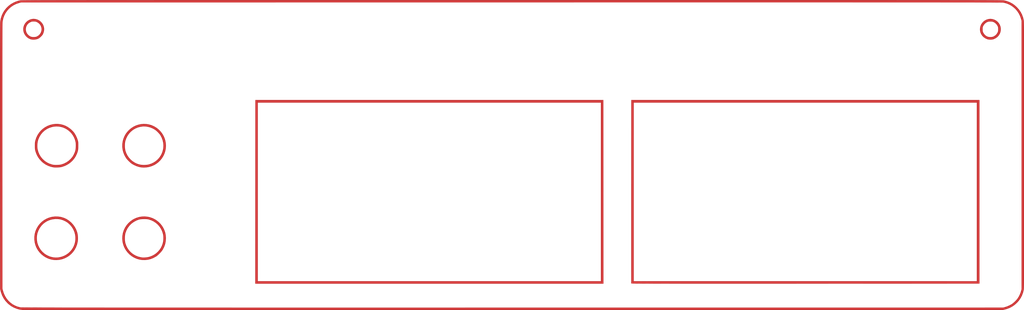
<source format=kicad_pcb>

(kicad_pcb (version 4) (host pcbnew 4.0.7)

	(general
		(links 0)
		(no_connects 0)
		(area 77.052499 41.877835 92.193313 53.630501)
		(thickness 1.6)
		(drawings 8)
		(tracks 0)
		(zones 0)
		(modules 1)
		(nets 1)
	)

	(page A4)
	(layers
		(0 F.Cu signal)
		(31 B.Cu signal)
		(32 B.Adhes user)
		(33 F.Adhes user)
		(34 B.Paste user)
		(35 F.Paste user)
		(36 B.SilkS user)
		(37 F.SilkS user)
		(38 B.Mask user)
		(39 F.Mask user)
		(40 Dwgs.User user)
		(41 Cmts.User user)
		(42 Eco1.User user)
		(43 Eco2.User user)
		(44 Edge.Cuts user)
		(45 Margin user)
		(46 B.CrtYd user)
		(47 F.CrtYd user)
		(48 B.Fab user)
		(49 F.Fab user)
	)

	(setup
		(last_trace_width 0.25)
		(trace_clearance 0.2)
		(zone_clearance 0.508)
		(zone_45_only no)
		(trace_min 0.2)
		(segment_width 0.2)
		(edge_width 0.15)
		(via_size 0.6)
		(via_drill 0.4)
		(via_min_size 0.4)
		(via_min_drill 0.3)
		(uvia_size 0.3)
		(uvia_drill 0.1)
		(uvias_allowed no)
		(uvia_min_size 0.2)
		(uvia_min_drill 0.1)
		(pcb_text_width 0.3)
		(pcb_text_size 1.5 1.5)
		(mod_edge_width 0.15)
		(mod_text_size 1 1)
		(mod_text_width 0.15)
		(pad_size 1.524 1.524)
		(pad_drill 0.762)
		(pad_to_mask_clearance 0.2)
		(aux_axis_origin 0 0)
		(visible_elements FFFFFF7F)
		(pcbplotparams
			(layerselection 0x010f0_80000001)
			(usegerberextensions false)
			(excludeedgelayer true)
			(linewidth 0.100000)
			(plotframeref false)
			(viasonmask false)
			(mode 1)
			(useauxorigin false)
			(hpglpennumber 1)
			(hpglpenspeed 20)
			(hpglpendiameter 15)
			(hpglpenoverlay 2)
			(psnegative false)
			(psa4output false)
			(plotreference true)
			(plotvalue true)
			(plotinvisibletext false)
			(padsonsilk false)
			(subtractmaskfromsilk false)
			(outputformat 1)
			(mirror false)
			(drillshape 1)
			(scaleselection 1)
			(outputdirectory gerbers/))
	)

	(net 0 "")

	(net_class Default "This is the default net class."
		(clearance 0.2)
		(trace_width 0.25)
		(via_dia 0.6)
		(via_drill 0.4)
		(uvia_dia 0.3)
		(uvia_drill 0.1)
	)
(module LOGO (layer F.Cu)
  (at 0 0)
 (fp_text reference "G***" (at 0 0) (layer F.SilkS) hide
  (effects (font (thickness 0.3)))
  )
  (fp_text value "LOGO" (at 0.75 0) (layer F.SilkS) hide
  (effects (font (thickness 0.3)))
  )
  (fp_poly (pts (xy 7.372345 -33.231663) (xy 10.826118 -33.231658) (xy 14.198171 -33.231649) (xy 17.489487 -33.231637) (xy 20.701049 -33.231619) (xy 23.833838 -33.231596) (xy 26.888837 -33.231566) (xy 29.867028 -33.231529)
     (xy 32.769394 -33.231484) (xy 35.596917 -33.231431) (xy 38.350580 -33.231368) (xy 41.031364 -33.231295) (xy 43.640253 -33.231211) (xy 46.178228 -33.231116) (xy 48.646272 -33.231008) (xy 51.045367 -33.230887)
     (xy 53.376497 -33.230752) (xy 55.640642 -33.230602) (xy 57.838785 -33.230437) (xy 59.971910 -33.230256) (xy 62.040997 -33.230058) (xy 64.047030 -33.229842) (xy 65.990991 -33.229608) (xy 67.873863 -33.229355)
     (xy 69.696627 -33.229082) (xy 71.460266 -33.228788) (xy 73.165763 -33.228473) (xy 74.814099 -33.228136) (xy 76.406258 -33.227776) (xy 77.943221 -33.227392) (xy 79.425971 -33.226983) (xy 80.855490 -33.226550)
     (xy 82.232761 -33.226091) (xy 83.558766 -33.225605) (xy 84.834487 -33.225091) (xy 86.060908 -33.224550) (xy 87.239009 -33.223980) (xy 88.369774 -33.223380) (xy 89.454185 -33.222749) (xy 90.493224 -33.222087)
     (xy 91.487874 -33.221394) (xy 92.439117 -33.220668) (xy 93.347935 -33.219908) (xy 94.215311 -33.219115) (xy 95.042228 -33.218286) (xy 95.829666 -33.217422) (xy 96.578610 -33.216521) (xy 97.290041 -33.215583)
     (xy 97.964942 -33.214608) (xy 98.604295 -33.213593) (xy 99.209082 -33.212540) (xy 99.780286 -33.211446) (xy 100.318889 -33.210311) (xy 100.825873 -33.209135) (xy 101.302222 -33.207916) (xy 101.748916 -33.206654)
     (xy 102.166940 -33.205348) (xy 102.557274 -33.203997) (xy 102.920902 -33.202601) (xy 103.258805 -33.201159) (xy 103.571967 -33.199670) (xy 103.861369 -33.198134) (xy 104.127995 -33.196549) (xy 104.372825 -33.194914)
     (xy 104.596843 -33.193230) (xy 104.801031 -33.191496) (xy 104.986372 -33.189710) (xy 105.153847 -33.187871) (xy 105.304439 -33.185980) (xy 105.439131 -33.184035) (xy 105.558905 -33.182036) (xy 105.664743 -33.179982)
     (xy 105.757627 -33.177871) (xy 105.838541 -33.175704) (xy 105.908466 -33.173480) (xy 105.968385 -33.171197) (xy 106.019280 -33.168856) (xy 106.062133 -33.166455) (xy 106.097928 -33.163994) (xy 106.127645 -33.161471)
     (xy 106.152268 -33.158886) (xy 106.172779 -33.156239) (xy 106.190161 -33.153529) (xy 106.205395 -33.150754) (xy 106.205469 -33.150740) (xy 106.850550 -32.988199) (xy 107.446436 -32.758625) (xy 108.000174 -32.458268)
     (xy 108.518814 -32.083380) (xy 108.948774 -31.691868) (xy 109.395256 -31.192426) (xy 109.763489 -30.666124) (xy 110.057551 -30.105218) (xy 110.281524 -29.501963) (xy 110.435546 -28.869678) (xy 110.440473 -28.841121)
     (xy 110.445182 -28.807549) (xy 110.449677 -28.767063) (xy 110.453964 -28.717766) (xy 110.458048 -28.657758) (xy 110.461932 -28.585141) (xy 110.465624 -28.498018) (xy 110.469126 -28.394488) (xy 110.472445 -28.272655)
     (xy 110.475585 -28.130619) (xy 110.478551 -27.966483) (xy 110.481348 -27.778347) (xy 110.483982 -27.564314) (xy 110.486456 -27.322485) (xy 110.488775 -27.050961) (xy 110.490946 -26.747844) (xy 110.492972 -26.411236)
     (xy 110.494859 -26.039238) (xy 110.496612 -25.629953) (xy 110.498235 -25.181481) (xy 110.499733 -24.691923) (xy 110.501112 -24.159383) (xy 110.502376 -23.581961) (xy 110.503530 -22.957758) (xy 110.504580 -22.284878)
     (xy 110.505529 -21.561420) (xy 110.506384 -20.785486) (xy 110.507149 -19.955179) (xy 110.507828 -19.068600) (xy 110.508427 -18.123850) (xy 110.508951 -17.119031) (xy 110.509405 -16.052245) (xy 110.509793 -14.921593)
     (xy 110.510121 -13.725177) (xy 110.510394 -12.461098) (xy 110.510616 -11.127457) (xy 110.510792 -9.722358) (xy 110.510927 -8.243900) (xy 110.511027 -6.690186) (xy 110.511096 -5.059318) (xy 110.511139 -3.349396)
     (xy 110.511161 -1.558523) (xy 110.511167 0.232834) (xy 110.511161 2.102244) (xy 110.511140 3.888887) (xy 110.511100 5.594660) (xy 110.511034 7.221463) (xy 110.510939 8.771193) (xy 110.510809 10.245750)
     (xy 110.510639 11.647033) (xy 110.510424 12.976939) (xy 110.510159 14.237368) (xy 110.509839 15.430219) (xy 110.509459 16.557389) (xy 110.509015 17.620778) (xy 110.508500 18.622284) (xy 110.507910 19.563807)
     (xy 110.507240 20.447243) (xy 110.506485 21.274493) (xy 110.505640 22.047455) (xy 110.504700 22.768028) (xy 110.503659 23.438110) (xy 110.502514 24.059599) (xy 110.501258 24.634396) (xy 110.499888 25.164397)
     (xy 110.498397 25.651502) (xy 110.496781 26.097610) (xy 110.495034 26.504619) (xy 110.493153 26.874428) (xy 110.491131 27.208936) (xy 110.488964 27.510041) (xy 110.486647 27.779641) (xy 110.484175 28.019636)
     (xy 110.481542 28.231925) (xy 110.478744 28.418405) (xy 110.475775 28.580976) (xy 110.472632 28.721535) (xy 110.469308 28.841983) (xy 110.465798 28.944217) (xy 110.462098 29.030136) (xy 110.458203 29.101640)
     (xy 110.454107 29.160625) (xy 110.449806 29.208992) (xy 110.445295 29.248638) (xy 110.440568 29.281463) (xy 110.435620 29.309366) (xy 110.434341 29.315834) (xy 110.264006 29.978810) (xy 110.029826 30.588819)
     (xy 109.728759 31.151808) (xy 109.357767 31.673724) (xy 109.051605 32.021194) (xy 108.577866 32.465958) (xy 108.074107 32.838467) (xy 107.531095 33.143887) (xy 106.939594 33.387387) (xy 106.290371 33.574135)
     (xy 106.266991 33.579591) (xy 105.854500 33.675148) (xy 0.486833 33.680069) (xy -2.504091 33.680196) (xy -5.475334 33.680299) (xy -8.425754 33.680378) (xy -11.354212 33.680432) (xy -14.259564 33.680462)
     (xy -17.140671 33.680469) (xy -19.996392 33.680452) (xy -22.825583 33.680412) (xy -25.627106 33.680350) (xy -28.399818 33.680265) (xy -31.142578 33.680157) (xy -33.854245 33.680028) (xy -36.533678 33.679876)
     (xy -39.179735 33.679703) (xy -41.791276 33.679509) (xy -44.367159 33.679295) (xy -46.906243 33.679059) (xy -49.407387 33.678803) (xy -51.869449 33.678527) (xy -54.291289 33.678231) (xy -56.671764 33.677915)
     (xy -59.009735 33.677580) (xy -61.304060 33.677226) (xy -63.553597 33.676853) (xy -65.757205 33.676462) (xy -67.913743 33.676053) (xy -70.022071 33.675625) (xy -72.081046 33.675180) (xy -74.089527 33.674718)
     (xy -76.046374 33.674238) (xy -77.950445 33.673741) (xy -79.800599 33.673228) (xy -81.595695 33.672698) (xy -83.334591 33.672153) (xy -85.016146 33.671591) (xy -86.639219 33.671014) (xy -88.202669 33.670422)
     (xy -89.705355 33.669815) (xy -91.146136 33.669193) (xy -92.523869 33.668556) (xy -93.837415 33.667906) (xy -95.085631 33.667241) (xy -96.267377 33.666563) (xy -97.381512 33.665872) (xy -98.426893 33.665167)
     (xy -99.402381 33.664450) (xy -100.306833 33.663720) (xy -101.139110 33.662978) (xy -101.898068 33.662224) (xy -102.582568 33.661458) (xy -103.191467 33.660680) (xy -103.723626 33.659891) (xy -104.177902 33.659092)
     (xy -104.553154 33.658282) (xy -104.848242 33.657461) (xy -105.062023 33.656630) (xy -105.193358 33.655790) (xy -105.240667 33.654987) (xy -105.897883 33.559147) (xy -106.532584 33.384947) (xy -107.137268 33.135783)
     (xy -107.704437 32.815052) (xy -108.226591 32.426152) (xy -108.495471 32.180904) (xy -108.943945 31.687349) (xy -109.319940 31.155304) (xy -109.626417 30.579452) (xy -109.866336 29.954476) (xy -109.996202 29.485167)
     (xy -110.086587 29.104167) (xy -110.099541 0.486834) (xy -110.100417 -1.544832) (xy -110.101166 -3.492925) (xy -110.101787 -5.358537) (xy -110.102278 -7.142764) (xy -110.102639 -8.846697) (xy -110.102868 -10.471430)
     (xy -110.102899 -10.980671) (xy -109.594021 -10.980671) (xy -109.593902 -9.221275) (xy -109.593616 -7.377325) (xy -109.593162 -5.448798) (xy -109.592541 -3.435670) (xy -109.591752 -1.337919) (xy -109.590952 0.508000)
     (xy -109.577859 29.061834) (xy -109.487163 29.424366) (xy -109.291298 30.045923) (xy -109.027856 30.624263) (xy -108.701485 31.154906) (xy -108.316830 31.633371) (xy -107.878536 32.055176) (xy -107.391250 32.415843)
     (xy -106.859617 32.710889) (xy -106.288284 32.935834) (xy -105.692188 33.084342) (xy -105.669392 33.086277) (xy -105.621983 33.088167) (xy -105.549081 33.090011) (xy -105.449805 33.091812) (xy -105.323273 33.093568)
     (xy -105.168603 33.095281) (xy -104.984915 33.096950) (xy -104.771327 33.098576) (xy -104.526958 33.100160) (xy -104.250925 33.101702) (xy -103.942349 33.103202) (xy -103.600347 33.104661) (xy -103.224038 33.106079)
     (xy -102.812541 33.107457) (xy -102.364975 33.108795) (xy -101.880457 33.110093) (xy -101.358107 33.111351) (xy -100.797044 33.112571) (xy -100.196385 33.113752) (xy -99.555251 33.114896) (xy -98.872758 33.116001)
     (xy -98.148026 33.117069) (xy -97.380174 33.118101) (xy -96.568319 33.119096) (xy -95.711582 33.120055) (xy -94.809080 33.120978) (xy -93.859932 33.121866) (xy -92.863256 33.122720) (xy -91.818172 33.123539)
     (xy -90.723798 33.124323) (xy -89.579252 33.125074) (xy -88.383654 33.125792) (xy -87.136121 33.126477) (xy -85.835773 33.127130) (xy -84.481728 33.127751) (xy -83.073105 33.128340) (xy -81.609021 33.128897)
     (xy -80.088597 33.129424) (xy -78.510951 33.129921) (xy -76.875201 33.130387) (xy -75.180466 33.130824) (xy -73.425864 33.131231) (xy -71.610514 33.131610) (xy -69.733536 33.131960) (xy -67.794046 33.132283)
     (xy -65.791165 33.132577) (xy -63.724010 33.132845) (xy -61.591701 33.133086) (xy -59.393356 33.133300) (xy -57.128093 33.133488) (xy -54.795032 33.133651) (xy -52.393290 33.133788) (xy -49.921987 33.133901)
     (xy -47.380241 33.133989) (xy -44.767171 33.134053) (xy -42.081895 33.134093) (xy -39.323532 33.134111) (xy -36.491201 33.134105) (xy -33.584020 33.134077) (xy -30.601108 33.134028) (xy -27.541584 33.133956)
     (xy -24.404565 33.133864) (xy -21.189172 33.133750) (xy -17.894522 33.133616) (xy -14.519734 33.133462) (xy -11.063927 33.133289) (xy -7.526220 33.133096) (xy -3.905730 33.132885) (xy -0.201577 33.132655)
     (xy 0.317500 33.132622) (xy 106.023833 33.125834) (xy 106.437741 33.011562) (xy 106.820069 32.886044) (xy 107.219064 32.720092) (xy 107.600358 32.529334) (xy 107.912857 32.340742) (xy 108.140568 32.168951)
     (xy 108.393076 31.948066) (xy 108.648566 31.699674) (xy 108.885227 31.445364) (xy 109.081247 31.206726) (xy 109.138375 31.127784) (xy 109.371462 30.747713) (xy 109.584377 30.318861) (xy 109.760492 29.877039)
     (xy 109.846561 29.602741) (xy 109.960833 29.188834) (xy 109.960833 -28.765500) (xy 109.847329 -29.176379) (xy 109.638702 -29.779567) (xy 109.359767 -30.341823) (xy 109.015563 -30.857856) (xy 108.611130 -31.322370)
     (xy 108.151508 -31.730070) (xy 107.641736 -32.075664) (xy 107.086853 -32.353857) (xy 106.680000 -32.503844) (xy 106.457238 -32.567867) (xy 106.215911 -32.626605) (xy 105.998235 -32.670063) (xy 105.939167 -32.679293)
     (xy 105.903731 -32.681040) (xy 105.822093 -32.682743) (xy 105.693600 -32.684404) (xy 105.517600 -32.686021) (xy 105.293440 -32.687595) (xy 105.020466 -32.689127) (xy 104.698027 -32.690617) (xy 104.325468 -32.692065)
     (xy 103.902138 -32.693470) (xy 103.427384 -32.694834) (xy 102.900552 -32.696157) (xy 102.320991 -32.697438) (xy 101.688046 -32.698678) (xy 101.001066 -32.699878) (xy 100.259398 -32.701037) (xy 99.462389 -32.702155)
     (xy 98.609385 -32.703233) (xy 97.699735 -32.704272) (xy 96.732785 -32.705271) (xy 95.707883 -32.706230) (xy 94.624375 -32.707150) (xy 93.481610 -32.708031) (xy 92.278934 -32.708873) (xy 91.015694 -32.709676)
     (xy 89.691238 -32.710441) (xy 88.304912 -32.711168) (xy 86.856065 -32.711857) (xy 85.344043 -32.712508) (xy 83.768193 -32.713121) (xy 82.127863 -32.713698) (xy 80.422400 -32.714237) (xy 78.651150 -32.714739)
     (xy 76.813462 -32.715205) (xy 74.908682 -32.715634) (xy 72.936158 -32.716027) (xy 70.895237 -32.716384) (xy 68.785266 -32.716705) (xy 66.605592 -32.716991) (xy 64.355562 -32.717241) (xy 62.034524 -32.717457)
     (xy 59.641824 -32.717637) (xy 57.176811 -32.717782) (xy 54.638831 -32.717894) (xy 52.027231 -32.717971) (xy 49.341359 -32.718013) (xy 46.580562 -32.718022) (xy 43.744187 -32.717998) (xy 40.831581 -32.717940)
     (xy 37.842091 -32.717849) (xy 34.775065 -32.717725) (xy 31.629849 -32.717568) (xy 28.405792 -32.717379) (xy 25.102240 -32.717158) (xy 21.718540 -32.716904) (xy 18.254040 -32.716619) (xy 14.708087 -32.716302)
     (xy 11.080028 -32.715953) (xy 7.369209 -32.715573) (xy 3.574980 -32.715163) (xy 0.000000 -32.714757) (xy -105.600500 -32.702500) (xy -106.023833 -32.585917) (xy -106.630357 -32.376981) (xy -107.193099 -32.098928)
     (xy -107.707642 -31.756926) (xy -108.169566 -31.356142) (xy -108.574456 -30.901745) (xy -108.917892 -30.398901) (xy -109.195458 -29.852779) (xy -109.402736 -29.268547) (xy -109.535308 -28.651371) (xy -109.561206 -28.448000)
     (xy -109.564440 -28.374809) (xy -109.567507 -28.217529) (xy -109.570406 -27.976136) (xy -109.573136 -27.650606) (xy -109.575699 -27.240917) (xy -109.578095 -26.747046) (xy -109.580322 -26.168968) (xy -109.582382 -25.506662)
     (xy -109.584274 -24.760103) (xy -109.585998 -23.929269) (xy -109.587555 -23.014136) (xy -109.588943 -22.014682) (xy -109.590165 -20.930882) (xy -109.591218 -19.762714) (xy -109.592104 -18.510154) (xy -109.592823 -17.173180)
     (xy -109.593374 -15.751768) (xy -109.593757 -14.245894) (xy -109.593973 -12.655536) (xy -109.594021 -10.980671) (xy -110.102899 -10.980671) (xy -110.102963 -12.018056) (xy -110.102924 -13.487670) (xy -110.102750 -14.881363)
     (xy -110.102438 -16.200230) (xy -110.101988 -17.445365) (xy -110.101398 -18.617859) (xy -110.100668 -19.718807) (xy -110.099795 -20.749301) (xy -110.098779 -21.710437) (xy -110.097618 -22.603305) (xy -110.096311 -23.429001)
     (xy -110.094858 -24.188617) (xy -110.093255 -24.883246) (xy -110.091503 -25.513983) (xy -110.089600 -26.081920) (xy -110.087544 -26.588150) (xy -110.085335 -27.033768) (xy -110.082971 -27.419866) (xy -110.080451 -27.747538)
     (xy -110.077773 -28.017877) (xy -110.074937 -28.231976) (xy -110.071941 -28.390929) (xy -110.068784 -28.495829) (xy -110.065742 -28.545483) (xy -109.950544 -29.201780) (xy -109.758294 -29.829359) (xy -109.492973 -30.422487)
     (xy -109.158565 -30.975430) (xy -108.759050 -31.482454) (xy -108.298409 -31.937824) (xy -107.780626 -32.335808) (xy -107.209681 -32.670670) (xy -107.196590 -32.677265) (xy -106.699114 -32.895014) (xy -106.175937 -33.065954)
     (xy -105.732353 -33.166137) (xy -105.713990 -33.168398) (xy -105.684491 -33.170607) (xy -105.642895 -33.172764) (xy -105.588240 -33.174871) (xy -105.519563 -33.176928) (xy -105.435901 -33.178935) (xy -105.336295 -33.180893)
     (xy -105.219780 -33.182803) (xy -105.085395 -33.184665) (xy -104.932178 -33.186479) (xy -104.759167 -33.188247) (xy -104.565399 -33.189969) (xy -104.349914 -33.191646) (xy -104.111748 -33.193277) (xy -103.849939 -33.194865)
     (xy -103.563526 -33.196409) (xy -103.251547 -33.197909) (xy -102.913038 -33.199368) (xy -102.547039 -33.200784) (xy -102.152588 -33.202159) (xy -101.728721 -33.203494) (xy -101.274477 -33.204788) (xy -100.788894 -33.206043)
     (xy -100.271010 -33.207259) (xy -99.719863 -33.208437) (xy -99.134491 -33.209577) (xy -98.513931 -33.210679) (xy -97.857222 -33.211746) (xy -97.163401 -33.212776) (xy -96.431507 -33.213771) (xy -95.660577 -33.214732)
     (xy -94.849650 -33.215658) (xy -93.997762 -33.216551) (xy -93.103953 -33.217411) (xy -92.167260 -33.218238) (xy -91.186721 -33.219034) (xy -90.161373 -33.219799) (xy -89.090256 -33.220533) (xy -87.972406 -33.221237)
     (xy -86.806862 -33.221911) (xy -85.592661 -33.222557) (xy -84.328842 -33.223175) (xy -83.014443 -33.223765) (xy -81.648501 -33.224328) (xy -80.230054 -33.224865) (xy -78.758140 -33.225376) (xy -77.231798 -33.225862)
     (xy -75.650064 -33.226323) (xy -74.011978 -33.226760) (xy -72.316577 -33.227174) (xy -70.562898 -33.227565) (xy -68.749980 -33.227933) (xy -66.876861 -33.228280) (xy -64.942579 -33.228606) (xy -62.946171 -33.228912)
     (xy -60.886675 -33.229198) (xy -58.763130 -33.229464) (xy -56.574573 -33.229712) (xy -54.320043 -33.229941) (xy -51.998577 -33.230154) (xy -49.609213 -33.230349) (xy -47.150988 -33.230528) (xy -44.622942 -33.230692)
     (xy -42.024112 -33.230840) (xy -39.353535 -33.230974) (xy -36.610251 -33.231094) (xy -33.793295 -33.231200) (xy -30.901708 -33.231294) (xy -27.934526 -33.231376) (xy -24.890787 -33.231446) (xy -21.769530 -33.231506)
     (xy -18.569792 -33.231555) (xy -15.290611 -33.231594) (xy -11.931026 -33.231624) (xy -8.490073 -33.231646) (xy -4.966791 -33.231660) (xy -1.360219 -33.231666) (xy 3.835870 -33.231666) (xy 7.372345 -33.231663) )(layer F.Cu) (width  0.010000)
  )
  (fp_poly (pts (xy 19.886128 8.159750) (xy 19.896756 27.982334) (xy -55.118090 27.982334) (xy -55.107462 8.159750) (xy -55.097140 -11.091333) (xy -54.567667 -11.091333) (xy -54.567667 27.432000) (xy 19.346333 27.432000)
     (xy 19.346333 -11.091333) (xy -54.567667 -11.091333) (xy -55.097140 -11.091333) (xy -55.096833 -11.662833) (xy 19.875500 -11.662833) (xy 19.886128 8.159750) )(layer F.Cu) (width  0.010000)
  )
  (fp_poly (pts (xy 100.901500 27.961167) (xy 63.403430 27.971774) (xy 61.190943 27.972379) (xy 59.061709 27.972919) (xy 57.014317 27.973392) (xy 55.047353 27.973796) (xy 53.159406 27.974130) (xy 51.349062 27.974391)
     (xy 49.614909 27.974579) (xy 47.955534 27.974692) (xy 46.369525 27.974728) (xy 44.855469 27.974686) (xy 43.411954 27.974564) (xy 42.037566 27.974360) (xy 40.730893 27.974073) (xy 39.490523 27.973701)
     (xy 38.315042 27.973243) (xy 37.203039 27.972698) (xy 36.153101 27.972062) (xy 35.163814 27.971336) (xy 34.233767 27.970517) (xy 33.361547 27.969603) (xy 32.545741 27.968594) (xy 31.784936 27.967487)
     (xy 31.077720 27.966282) (xy 30.422680 27.964975) (xy 29.818405 27.963566) (xy 29.263480 27.962054) (xy 28.756493 27.960436) (xy 28.296032 27.958711) (xy 27.880685 27.956877) (xy 27.509037 27.954933)
     (xy 27.179678 27.952877) (xy 26.891194 27.950708) (xy 26.642173 27.948424) (xy 26.431201 27.946023) (xy 26.256867 27.943504) (xy 26.117758 27.940865) (xy 26.012461 27.938105) (xy 25.939563 27.935222)
     (xy 25.897652 27.932214) (xy 25.885272 27.929441) (xy 25.883984 27.884066) (xy 25.882763 27.756657) (xy 25.881610 27.549845) (xy 25.880527 27.266263) (xy 25.879514 26.908542) (xy 25.878572 26.479315)
     (xy 25.877703 25.981213) (xy 25.876909 25.416869) (xy 25.876190 24.788914) (xy 25.875547 24.099981) (xy 25.874983 23.352702) (xy 25.874497 22.549709) (xy 25.874091 21.693633) (xy 25.873768 20.787108)
     (xy 25.873526 19.832764) (xy 25.873369 18.833234) (xy 25.873297 17.791150) (xy 25.873312 16.709143) (xy 25.873414 15.589847) (xy 25.873605 14.435893) (xy 25.873886 13.249913) (xy 25.874258 12.034539)
     (xy 25.874723 10.792403) (xy 25.875282 9.526137) (xy 25.875936 8.238374) (xy 25.876008 8.106834) (xy 25.886520 -11.091333) (xy 26.416000 -11.091333) (xy 26.416000 27.432000) (xy 100.330000 27.432000)
     (xy 100.330000 -11.091333) (xy 26.416000 -11.091333) (xy 25.886520 -11.091333) (xy 25.886833 -11.662833) (xy 100.901500 -11.662833) (xy 100.901500 27.961167) )(layer F.Cu) (width  0.010000)
  )
  (fp_poly (pts (xy -97.573368 13.488933) (xy -96.958162 13.582731) (xy -96.370679 13.755790) (xy -95.813881 14.007004) (xy -95.290732 14.335263) (xy -94.804194 14.739460) (xy -94.785127 14.757582) (xy -94.347704 15.231301)
     (xy -93.984129 15.745487) (xy -93.695491 16.298212) (xy -93.482879 16.887548) (xy -93.403430 17.204560) (xy -93.345850 17.570622) (xy -93.316608 17.980287) (xy -93.316576 18.397069) (xy -93.346626 18.784483)
     (xy -93.362962 18.897661) (xy -93.504594 19.510903) (xy -93.718484 20.086811) (xy -93.999090 20.621069) (xy -94.340872 21.109361) (xy -94.738288 21.547371) (xy -95.185798 21.930784) (xy -95.677862 22.255283)
     (xy -96.208937 22.516553) (xy -96.773484 22.710278) (xy -97.365961 22.832142) (xy -97.980828 22.877830) (xy -98.449768 22.859818) (xy -99.046789 22.766511) (xy -99.624407 22.594646) (xy -100.175027 22.349505)
     (xy -100.691053 22.036369) (xy -101.164887 21.660519) (xy -101.588933 21.227238) (xy -101.955594 20.741808) (xy -102.255029 20.214167) (xy -102.482033 19.649485) (xy -102.633547 19.058912) (xy -102.708980 18.453660)
     (xy -102.708784 18.357097) (xy -102.166089 18.357097) (xy -102.136208 18.746846) (xy -102.076372 19.092022) (xy -102.073143 19.105329) (xy -101.892093 19.673641) (xy -101.640940 20.202336) (xy -101.325106 20.685748)
     (xy -100.950016 21.118213) (xy -100.521094 21.494066) (xy -100.043764 21.807642) (xy -99.523448 22.053277) (xy -99.124401 22.185117) (xy -98.642799 22.292004) (xy -98.182795 22.337914) (xy -97.710030 22.325413)
     (xy -97.514833 22.305266) (xy -96.942287 22.193957) (xy -96.397618 22.006220) (xy -95.887630 21.747448) (xy -95.419126 21.423036) (xy -94.998909 21.038378) (xy -94.633783 20.598869) (xy -94.330550 20.109901)
     (xy -94.104927 19.601537) (xy -93.944423 19.041788) (xy -93.864793 18.472845) (xy -93.864069 17.903008) (xy -93.940285 17.340577) (xy -94.091475 16.793853) (xy -94.315671 16.271136) (xy -94.610909 15.780725)
     (xy -94.975220 15.330922) (xy -95.160985 15.144146) (xy -95.399703 14.929366) (xy -95.619156 14.758818) (xy -95.851507 14.610001) (xy -96.128920 14.460415) (xy -96.162711 14.443377) (xy -96.630955 14.240128)
     (xy -97.098385 14.104670) (xy -97.585500 14.032844) (xy -98.112803 14.020489) (xy -98.225632 14.024823) (xy -98.813873 14.093376) (xy -99.372906 14.238738) (xy -99.897432 14.456498) (xy -100.382152 14.742244)
     (xy -100.821765 15.091565) (xy -101.210973 15.500050) (xy -101.544476 15.963285) (xy -101.816973 16.476861) (xy -102.023166 17.036365) (xy -102.075592 17.229667) (xy -102.135821 17.567582) (xy -102.165973 17.953700)
     (xy -102.166089 18.357097) (xy -102.708784 18.357097) (xy -102.707744 17.844938) (xy -102.629250 17.243959) (xy -102.472908 16.661932) (xy -102.445781 16.585357) (xy -102.191636 16.007359) (xy -101.871530 15.477737)
     (xy -101.491184 15.000693) (xy -101.056317 14.580430) (xy -100.572647 14.221150) (xy -100.045894 13.927054) (xy -99.481776 13.702346) (xy -98.886013 13.551227) (xy -98.264324 13.477899) (xy -98.213333 13.475506)
     (xy -97.573368 13.488933) )(layer F.Cu) (width  0.010000)
  )
  (fp_poly (pts (xy -78.346857 13.521650) (xy -77.759429 13.649991) (xy -77.192643 13.852930) (xy -76.655734 14.130062) (xy -76.510824 14.221682) (xy -75.994298 14.609661) (xy -75.546942 15.046082) (xy -75.169133 15.530532)
     (xy -74.902409 15.980834) (xy -74.668198 16.493159) (xy -74.504960 16.993321) (xy -74.406947 17.504965) (xy -74.368413 18.051737) (xy -74.367352 18.182167) (xy -74.404974 18.804036) (xy -74.517049 19.392023)
     (xy -74.706481 19.955829) (xy -74.976176 20.505150) (xy -75.147394 20.785667) (xy -75.283026 20.969015) (xy -75.468478 21.185137) (xy -75.685788 21.416070) (xy -75.916995 21.643853) (xy -76.144137 21.850524)
     (xy -76.349252 22.018121) (xy -76.454000 22.092273) (xy -77.015592 22.409058) (xy -77.601065 22.644859) (xy -78.207866 22.799034) (xy -78.833443 22.870944) (xy -79.475241 22.859948) (xy -79.505796 22.857378)
     (xy -80.105847 22.763885) (xy -80.680771 22.593485) (xy -81.224703 22.351714) (xy -81.731781 22.044111) (xy -82.196142 21.676213) (xy -82.611922 21.253558) (xy -82.973260 20.781685) (xy -83.274290 20.266130)
     (xy -83.509151 19.712432) (xy -83.671980 19.126128) (xy -83.716093 18.880667) (xy -83.769385 18.257543) (xy -83.762194 18.100380) (xy -83.208739 18.100380) (xy -83.203212 18.460593) (xy -83.177779 18.799224)
     (xy -83.132394 19.090796) (xy -83.109778 19.184427) (xy -82.910338 19.766443) (xy -82.645593 20.297897) (xy -82.317514 20.775796) (xy -81.928072 21.197145) (xy -81.608533 21.465517) (xy -81.183687 21.752535)
     (xy -80.746766 21.978126) (xy -80.279687 22.149468) (xy -79.764365 22.273737) (xy -79.438500 22.326761) (xy -79.260773 22.337582) (xy -79.025572 22.332541) (xy -78.758136 22.313849) (xy -78.483707 22.283713)
     (xy -78.227527 22.244342) (xy -78.039260 22.204327) (xy -77.479455 22.019416) (xy -76.957119 21.759062) (xy -76.476139 21.425544) (xy -76.064007 21.046114) (xy -75.703437 20.621900) (xy -75.416067 20.178006)
     (xy -75.191990 19.696621) (xy -75.027052 19.182033) (xy -74.957618 18.828399) (xy -74.918674 18.431299) (xy -74.910838 18.021304) (xy -74.934723 17.628981) (xy -74.989027 17.293167) (xy -75.163424 16.715681)
     (xy -75.409067 16.179581) (xy -75.721202 15.689822) (xy -76.095073 15.251360) (xy -76.525927 14.869150) (xy -77.009009 14.548150) (xy -77.539564 14.293314) (xy -78.020333 14.133498) (xy -78.173311 14.095425)
     (xy -78.317014 14.068672) (xy -78.471757 14.051402) (xy -78.657851 14.041776) (xy -78.895608 14.037955) (xy -79.078667 14.037696) (xy -79.447003 14.044510) (xy -79.754450 14.066765) (xy -80.024133 14.109400)
     (xy -80.279176 14.177354) (xy -80.542704 14.275565) (xy -80.837840 14.408973) (xy -80.854549 14.416996) (xy -81.374257 14.712774) (xy -81.839480 15.071740) (xy -82.246360 15.489223) (xy -82.591041 15.960549)
     (xy -82.869664 16.481046) (xy -83.078375 17.046040) (xy -83.106307 17.145000) (xy -83.160243 17.417107) (xy -83.194401 17.744059) (xy -83.208739 18.100380) (xy -83.762194 18.100380) (xy -83.741323 17.644264)
     (xy -83.635152 17.047286) (xy -83.454116 16.473068) (xy -83.201462 15.928068) (xy -82.880432 15.418745) (xy -82.494273 14.951556) (xy -82.046230 14.532960) (xy -81.539546 14.169414) (xy -81.270369 14.013072)
     (xy -80.718270 13.762354) (xy -80.140634 13.588258) (xy -79.546696 13.490379) (xy -78.945692 13.468311) (xy -78.346857 13.521650) )(layer F.Cu) (width  0.010000)
  )
  (fp_poly (pts (xy -97.026256 -6.416484) (xy -96.432842 -6.262194) (xy -96.064983 -6.124166) (xy -95.621449 -5.901228) (xy -95.179129 -5.612029) (xy -94.758612 -5.272727) (xy -94.380487 -4.899478) (xy -94.144961 -4.617366)
     (xy -93.970032 -4.357821) (xy -93.791919 -4.041714) (xy -93.623452 -3.695621) (xy -93.477460 -3.346119) (xy -93.366770 -3.019785) (xy -93.356761 -2.984500) (xy -93.314737 -2.827275) (xy -93.284215 -2.692461)
     (xy -93.263442 -2.561554) (xy -93.250666 -2.416049) (xy -93.244134 -2.237441) (xy -93.242095 -2.007227) (xy -93.242502 -1.778000) (xy -93.247200 -1.430323) (xy -93.260909 -1.145546) (xy -93.287477 -0.902060)
     (xy -93.330754 -0.678256) (xy -93.394587 -0.452525) (xy -93.482825 -0.203257) (xy -93.556543 -0.014747) (xy -93.821067 0.534124) (xy -94.155065 1.040281) (xy -94.551978 1.498258) (xy -95.005247 1.902590)
     (xy -95.508313 2.247810) (xy -96.054618 2.528454) (xy -96.637601 2.739055) (xy -96.958636 2.820282) (xy -97.168337 2.854196) (xy -97.432562 2.880041) (xy -97.725297 2.896901) (xy -98.020530 2.903860)
     (xy -98.292248 2.900004) (xy -98.514440 2.884415) (xy -98.569632 2.876989) (xy -99.199411 2.737521) (xy -99.789518 2.523271) (xy -100.340297 2.234071) (xy -100.852090 1.869753) (xy -101.133951 1.621356)
     (xy -101.573332 1.148820) (xy -101.938330 0.635927) (xy -102.229390 0.081934) (xy -102.446958 -0.513904) (xy -102.477705 -0.623259) (xy -102.518655 -0.782738) (xy -102.548213 -0.922906) (xy -102.568201 -1.063000)
     (xy -102.580442 -1.222258) (xy -102.586759 -1.419917) (xy -102.588975 -1.675213) (xy -102.589121 -1.799166) (xy -102.588960 -1.841384) (xy -102.063721 -1.841384) (xy -102.057380 -1.454979) (xy -102.021588 -1.108589)
     (xy -102.005807 -1.021402) (xy -101.847194 -0.435778) (xy -101.617455 0.104382) (xy -101.315506 0.601177) (xy -100.940264 1.056707) (xy -100.926337 1.071356) (xy -100.481556 1.479319) (xy -99.997784 1.812176)
     (xy -99.473767 2.070611) (xy -98.908254 2.255310) (xy -98.657833 2.311104) (xy -98.411085 2.342639) (xy -98.109232 2.356319) (xy -97.779722 2.353091) (xy -97.450002 2.333906) (xy -97.147520 2.299711)
     (xy -96.899723 2.251455) (xy -96.894802 2.250165) (xy -96.331249 2.058190) (xy -95.802545 1.790642) (xy -95.314479 1.451474) (xy -94.872842 1.044635) (xy -94.528116 0.635000) (xy -94.380414 0.410157)
     (xy -94.227631 0.131438) (xy -94.083598 -0.172506) (xy -93.962144 -0.473024) (xy -93.894653 -0.677333) (xy -93.843101 -0.913958) (xy -93.804616 -1.208847) (xy -93.780395 -1.536434) (xy -93.771636 -1.871153)
     (xy -93.779537 -2.187437) (xy -93.805296 -2.459720) (xy -93.809778 -2.489058) (xy -93.937850 -3.026992) (xy -94.143964 -3.551492) (xy -94.421496 -4.049243) (xy -94.763820 -4.506933) (xy -94.876388 -4.632541)
     (xy -95.310765 -5.037725) (xy -95.787097 -5.371701) (xy -96.298574 -5.632476) (xy -96.838389 -5.818053) (xy -97.399731 -5.926440) (xy -97.975791 -5.955640) (xy -98.559760 -5.903660) (xy -98.944878 -5.824251)
     (xy -99.502483 -5.640357) (xy -100.020783 -5.384136) (xy -100.494345 -5.060858) (xy -100.917734 -4.675791) (xy -101.285518 -4.234206) (xy -101.592261 -3.741372) (xy -101.832531 -3.202558) (xy -101.919580 -2.939557)
     (xy -101.993468 -2.613788) (xy -102.041966 -2.237692) (xy -102.063721 -1.841384) (xy -102.588960 -1.841384) (xy -102.588036 -2.083453) (xy -102.583572 -2.302288) (xy -102.573919 -2.474871) (xy -102.557265 -2.620402)
     (xy -102.531799 -2.758081) (xy -102.495710 -2.907109) (xy -102.478474 -2.972046) (xy -102.277332 -3.565897) (xy -102.009615 -4.114057) (xy -101.681485 -4.613498) (xy -101.299102 -5.061191) (xy -100.868628 -5.454110)
     (xy -100.396222 -5.789225) (xy -99.888047 -6.063509) (xy -99.350263 -6.273934) (xy -98.789031 -6.417472) (xy -98.210512 -6.491095) (xy -97.620867 -6.491775) (xy -97.026256 -6.416484) )(layer F.Cu) (width  0.010000)
  )
  (fp_poly (pts (xy -78.545684 -6.473061) (xy -77.966125 -6.372263) (xy -77.400047 -6.197828) (xy -76.854829 -5.949439) (xy -76.337849 -5.626778) (xy -76.064687 -5.414585) (xy -75.610208 -4.982252) (xy -75.226370 -4.510311)
     (xy -74.912917 -4.005442) (xy -74.669598 -3.474325) (xy -74.496157 -2.923641) (xy -74.392343 -2.360068) (xy -74.357900 -1.790288) (xy -74.392576 -1.220979) (xy -74.496117 -0.658822) (xy -74.668269 -0.110497)
     (xy -74.908779 0.417317) (xy -75.217393 0.917939) (xy -75.593857 1.384690) (xy -76.037919 1.810889) (xy -76.348167 2.052624) (xy -76.845808 2.359496) (xy -77.389114 2.602804) (xy -77.964213 2.779182)
     (xy -78.557235 2.885266) (xy -79.154310 2.917693) (xy -79.734833 2.874074) (xy -80.236485 2.768030) (xy -80.752046 2.596548) (xy -81.256450 2.369355) (xy -81.703333 2.110215) (xy -81.894786 1.967973)
     (xy -82.117089 1.776145) (xy -82.351333 1.553642) (xy -82.578604 1.319376) (xy -82.779991 1.092259) (xy -82.936581 0.891204) (xy -82.966881 0.846667) (xy -83.286275 0.285721) (xy -83.525934 -0.296377)
     (xy -83.685492 -0.893781) (xy -83.764579 -1.500646) (xy -83.763611 -1.838140) (xy -83.209001 -1.838140) (xy -83.200402 -1.473022) (xy -83.170883 -1.128780) (xy -83.120435 -0.831144) (xy -83.110118 -0.788374)
     (xy -82.925714 -0.230960) (xy -82.667014 0.291886) (xy -82.339873 0.772879) (xy -81.950145 1.204735) (xy -81.503685 1.580170) (xy -81.006346 1.891899) (xy -80.920167 1.936521) (xy -80.656861 2.058217)
     (xy -80.391151 2.156185) (xy -80.091408 2.241215) (xy -79.883000 2.290303) (xy -79.585594 2.336007) (xy -79.236918 2.357010) (xy -78.866481 2.353967) (xy -78.503794 2.327530) (xy -78.178369 2.278353)
     (xy -78.055240 2.249851) (xy -77.482080 2.056784) (xy -76.954579 1.794765) (xy -76.477075 1.468735) (xy -76.053905 1.083634) (xy -75.689405 0.644402) (xy -75.387912 0.155978) (xy -75.153762 -0.376696)
     (xy -74.991294 -0.948681) (xy -74.929806 -1.310376) (xy -74.900744 -1.854623) (xy -74.948716 -2.409608) (xy -75.070080 -2.960374) (xy -75.261196 -3.491963) (xy -75.518423 -3.989420) (xy -75.620663 -4.148666)
     (xy -75.751899 -4.320027) (xy -75.929928 -4.522102) (xy -76.134286 -4.734172) (xy -76.344514 -4.935517) (xy -76.540148 -5.105418) (xy -76.644500 -5.185422) (xy -77.103208 -5.465656) (xy -77.604806 -5.688011)
     (xy -78.132035 -5.847573) (xy -78.667633 -5.939428) (xy -79.194339 -5.958660) (xy -79.332642 -5.950776) (xy -79.932061 -5.863548) (xy -80.497882 -5.700700) (xy -81.025315 -5.466227) (xy -81.509568 -5.164124)
     (xy -81.945850 -4.798388) (xy -82.329369 -4.373014) (xy -82.655333 -3.891997) (xy -82.918952 -3.359332) (xy -83.109379 -2.801427) (xy -83.163480 -2.528073) (xy -83.196691 -2.198400) (xy -83.209001 -1.838140)
     (xy -83.763611 -1.838140) (xy -83.762828 -2.111124) (xy -83.679872 -2.719369) (xy -83.515342 -3.319534) (xy -83.268871 -3.905773) (xy -83.266177 -3.911175) (xy -83.020551 -4.343738) (xy -82.729249 -4.741685)
     (xy -82.373880 -5.130033) (xy -82.360317 -5.143500) (xy -81.892975 -5.549265) (xy -81.387468 -5.883616) (xy -80.851173 -6.146237) (xy -80.291470 -6.336810) (xy -79.715735 -6.455017) (xy -79.131347 -6.500539)
     (xy -78.545684 -6.473061) )(layer F.Cu) (width  0.010000)
  )
  (fp_poly (pts (xy -102.417941 -29.127088) (xy -102.012864 -29.006291) (xy -101.636925 -28.806679) (xy -101.293445 -28.529657) (xy -101.258487 -28.495222) (xy -100.977878 -28.157594) (xy -100.773897 -27.788809) (xy -100.647508 -27.395698)
     (xy -100.599676 -26.985097) (xy -100.631365 -26.563838) (xy -100.743539 -26.138757) (xy -100.881196 -25.821297) (xy -100.978426 -25.672790) (xy -101.126257 -25.496804) (xy -101.304852 -25.312837) (xy -101.494374 -25.140386)
     (xy -101.674984 -24.998950) (xy -101.793669 -24.924419) (xy -102.119019 -24.791711) (xy -102.487499 -24.708895) (xy -102.872108 -24.678429) (xy -103.245845 -24.702771) (xy -103.528774 -24.766465) (xy -103.904004 -24.928510)
     (xy -104.244723 -25.160281) (xy -104.541487 -25.450633) (xy -104.784852 -25.788420) (xy -104.965372 -26.162498) (xy -105.073604 -26.561720) (xy -105.079086 -26.595916) (xy -105.101800 -27.011888) (xy -105.093143 -27.075300)
     (xy -104.543687 -27.075300) (xy -104.541933 -26.743848) (xy -104.475358 -26.417143) (xy -104.343406 -26.105681) (xy -104.145518 -25.819954) (xy -103.881138 -25.570457) (xy -103.756612 -25.483134) (xy -103.551580 -25.365618)
     (xy -103.357884 -25.290841) (xy -103.147633 -25.251943) (xy -102.892939 -25.242066) (xy -102.785333 -25.244284) (xy -102.572580 -25.255155) (xy -102.414723 -25.276008) (xy -102.282086 -25.312769) (xy -102.144998 -25.371363)
     (xy -102.142197 -25.372708) (xy -101.814911 -25.574968) (xy -101.546013 -25.836050) (xy -101.341006 -26.148657) (xy -101.205393 -26.505491) (xy -101.171734 -26.659417) (xy -101.150691 -27.014244) (xy -101.208028 -27.361229)
     (xy -101.337541 -27.688827) (xy -101.533025 -27.985496) (xy -101.788273 -28.239690) (xy -102.097082 -28.439866) (xy -102.140142 -28.460991) (xy -102.280758 -28.524176) (xy -102.397608 -28.563939) (xy -102.518798 -28.585624)
     (xy -102.672436 -28.594576) (xy -102.851029 -28.596166) (xy -103.050534 -28.594357) (xy -103.193967 -28.584864) (xy -103.309908 -28.561590) (xy -103.426935 -28.518441) (xy -103.573629 -28.449318) (xy -103.599681 -28.436471)
     (xy -103.913661 -28.238696) (xy -104.165609 -27.993198) (xy -104.354968 -27.710469) (xy -104.481180 -27.401005) (xy -104.543687 -27.075300) (xy -105.093143 -27.075300) (xy -105.046967 -27.413495) (xy -104.921459 -27.792811)
     (xy -104.732150 -28.141910) (xy -104.485913 -28.452868) (xy -104.189622 -28.717757) (xy -103.850150 -28.928651) (xy -103.474371 -29.077626) (xy -103.069158 -29.156754) (xy -102.848833 -29.167666) (xy -102.417941 -29.127088) )(layer F.Cu) (width  0.010000)
  )
  (fp_poly (pts (xy 103.671127 -29.127204) (xy 104.069720 -29.010582) (xy 104.437511 -28.824949) (xy 104.765228 -28.577452) (xy 105.043601 -28.275240) (xy 105.263361 -27.925459) (xy 105.415235 -27.535259) (xy 105.427602 -27.489389)
     (xy 105.495504 -27.066144) (xy 105.483691 -26.650822) (xy 105.397110 -26.252002) (xy 105.240710 -25.878262) (xy 105.019440 -25.538182) (xy 104.738249 -25.240338) (xy 104.402083 -24.993310) (xy 104.015893 -24.805675)
     (xy 103.846566 -24.748593) (xy 103.617235 -24.703411) (xy 103.342261 -24.683647) (xy 103.055089 -24.688985) (xy 102.789164 -24.719106) (xy 102.616000 -24.760250) (xy 102.204010 -24.934647) (xy 101.842153 -25.172008)
     (xy 101.536566 -25.465996) (xy 101.293386 -25.810273) (xy 101.118751 -26.198505) (xy 101.072154 -26.354259) (xy 101.004722 -26.770069) (xy 101.008923 -26.924890) (xy 101.578833 -26.924890) (xy 101.580884 -26.716768)
     (xy 101.590215 -26.566926) (xy 101.611598 -26.449014) (xy 101.649802 -26.336681) (xy 101.709297 -26.204212) (xy 101.857395 -25.955023) (xy 102.050250 -25.722610) (xy 102.265332 -25.531400) (xy 102.419983 -25.433634)
     (xy 102.640755 -25.332151) (xy 102.842354 -25.271514) (xy 103.059059 -25.244427) (xy 103.314500 -25.243258) (xy 103.522722 -25.254348) (xy 103.680587 -25.277471) (xy 103.822270 -25.319948) (xy 103.970788 -25.383857)
     (xy 104.286127 -25.577454) (xy 104.553301 -25.837401) (xy 104.763860 -26.155271) (xy 104.783599 -26.194218) (xy 104.846942 -26.328627) (xy 104.887551 -26.439015) (xy 104.910443 -26.551582) (xy 104.920635 -26.692527)
     (xy 104.923143 -26.888050) (xy 104.923167 -26.923110) (xy 104.921320 -27.129323) (xy 104.912474 -27.277096) (xy 104.891668 -27.392629) (xy 104.853941 -27.502125) (xy 104.794332 -27.631784) (xy 104.785608 -27.649667)
     (xy 104.617424 -27.918865) (xy 104.395428 -28.164804) (xy 104.141461 -28.366665) (xy 103.898047 -28.495670) (xy 103.747273 -28.546952) (xy 103.593954 -28.577090) (xy 103.407401 -28.590693) (xy 103.251000 -28.592853)
     (xy 103.025657 -28.587644) (xy 102.853823 -28.568946) (xy 102.704808 -28.532149) (xy 102.603953 -28.495670) (xy 102.340303 -28.353052) (xy 102.088261 -28.147133) (xy 101.869620 -27.898665) (xy 101.717166 -27.651274)
     (xy 101.654345 -27.517814) (xy 101.614082 -27.407782) (xy 101.591398 -27.295037) (xy 101.581314 -27.153437) (xy 101.578853 -26.956841) (xy 101.578833 -26.924890) (xy 101.008923 -26.924890) (xy 101.015772 -27.177270)
     (xy 101.099118 -27.567876) (xy 101.248578 -27.933904) (xy 101.457967 -28.267369) (xy 101.721102 -28.560286) (xy 102.031799 -28.804670) (xy 102.383875 -28.992537) (xy 102.771145 -29.115902) (xy 103.187426 -29.166780)
     (xy 103.251000 -29.167666) (xy 103.671127 -29.127204) )(layer F.Cu) (width  0.010000)
  )
)

)

</source>
